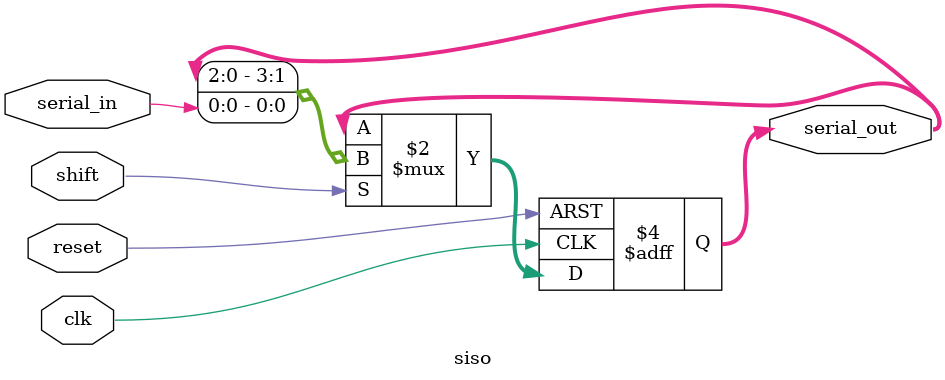
<source format=v>
module siso(
input clk,
input reset,
input serial_in,
input shift,
output reg[3:0] serial_out
);
always@(posedge clk or posedge reset)begin
if(reset)
serial_out<=4'b0000;
else if(shift)
serial_out<={serial_out[2:0],serial_in};
end
endmodule
</source>
